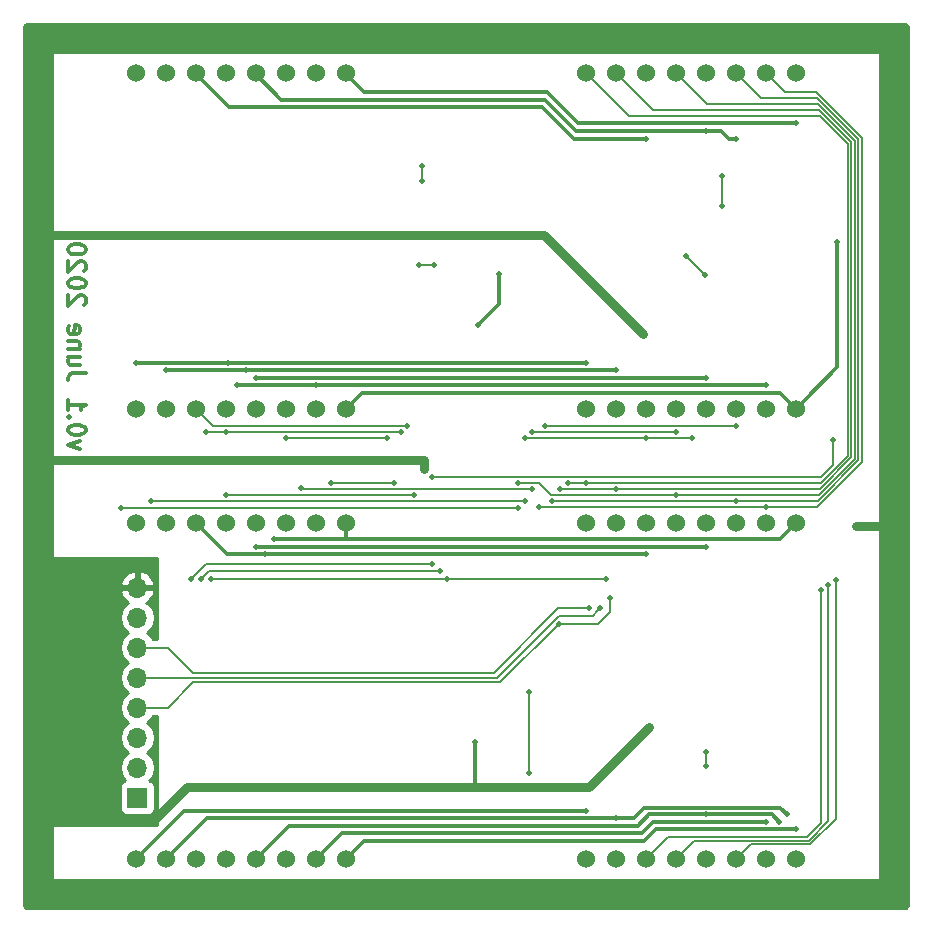
<source format=gbl>
G04 #@! TF.GenerationSoftware,KiCad,Pcbnew,(5.1.5-0-10_14)*
G04 #@! TF.CreationDate,2020-06-14T22:58:27-07:00*
G04 #@! TF.ProjectId,matrix,6d617472-6978-42e6-9b69-6361645f7063,rev?*
G04 #@! TF.SameCoordinates,Original*
G04 #@! TF.FileFunction,Copper,L2,Bot*
G04 #@! TF.FilePolarity,Positive*
%FSLAX46Y46*%
G04 Gerber Fmt 4.6, Leading zero omitted, Abs format (unit mm)*
G04 Created by KiCad (PCBNEW (5.1.5-0-10_14)) date 2020-06-14 22:58:27*
%MOMM*%
%LPD*%
G04 APERTURE LIST*
%ADD10C,0.300000*%
%ADD11C,1.524000*%
%ADD12O,1.700000X1.700000*%
%ADD13R,1.700000X1.700000*%
%ADD14C,0.508000*%
%ADD15C,0.762000*%
%ADD16C,0.152400*%
%ADD17C,0.304800*%
%ADD18C,0.254000*%
G04 APERTURE END LIST*
D10*
X157674428Y-74017685D02*
X156674428Y-73660542D01*
X157674428Y-73303400D01*
X158174428Y-72446257D02*
X158174428Y-72303400D01*
X158103000Y-72160542D01*
X158031571Y-72089114D01*
X157888714Y-72017685D01*
X157603000Y-71946257D01*
X157245857Y-71946257D01*
X156960142Y-72017685D01*
X156817285Y-72089114D01*
X156745857Y-72160542D01*
X156674428Y-72303400D01*
X156674428Y-72446257D01*
X156745857Y-72589114D01*
X156817285Y-72660542D01*
X156960142Y-72731971D01*
X157245857Y-72803400D01*
X157603000Y-72803400D01*
X157888714Y-72731971D01*
X158031571Y-72660542D01*
X158103000Y-72589114D01*
X158174428Y-72446257D01*
X156817285Y-71303400D02*
X156745857Y-71231971D01*
X156674428Y-71303400D01*
X156745857Y-71374828D01*
X156817285Y-71303400D01*
X156674428Y-71303400D01*
X156674428Y-69803400D02*
X156674428Y-70660542D01*
X156674428Y-70231971D02*
X158174428Y-70231971D01*
X157960142Y-70374828D01*
X157817285Y-70517685D01*
X157745857Y-70660542D01*
X158174428Y-67589114D02*
X157103000Y-67589114D01*
X156888714Y-67660542D01*
X156745857Y-67803400D01*
X156674428Y-68017685D01*
X156674428Y-68160542D01*
X157674428Y-66231971D02*
X156674428Y-66231971D01*
X157674428Y-66874828D02*
X156888714Y-66874828D01*
X156745857Y-66803400D01*
X156674428Y-66660542D01*
X156674428Y-66446257D01*
X156745857Y-66303400D01*
X156817285Y-66231971D01*
X157674428Y-65517685D02*
X156674428Y-65517685D01*
X157531571Y-65517685D02*
X157603000Y-65446257D01*
X157674428Y-65303400D01*
X157674428Y-65089114D01*
X157603000Y-64946257D01*
X157460142Y-64874828D01*
X156674428Y-64874828D01*
X156745857Y-63589114D02*
X156674428Y-63731971D01*
X156674428Y-64017685D01*
X156745857Y-64160542D01*
X156888714Y-64231971D01*
X157460142Y-64231971D01*
X157603000Y-64160542D01*
X157674428Y-64017685D01*
X157674428Y-63731971D01*
X157603000Y-63589114D01*
X157460142Y-63517685D01*
X157317285Y-63517685D01*
X157174428Y-64231971D01*
X158031571Y-61803400D02*
X158103000Y-61731971D01*
X158174428Y-61589114D01*
X158174428Y-61231971D01*
X158103000Y-61089114D01*
X158031571Y-61017685D01*
X157888714Y-60946257D01*
X157745857Y-60946257D01*
X157531571Y-61017685D01*
X156674428Y-61874828D01*
X156674428Y-60946257D01*
X158174428Y-60017685D02*
X158174428Y-59874828D01*
X158103000Y-59731971D01*
X158031571Y-59660542D01*
X157888714Y-59589114D01*
X157603000Y-59517685D01*
X157245857Y-59517685D01*
X156960142Y-59589114D01*
X156817285Y-59660542D01*
X156745857Y-59731971D01*
X156674428Y-59874828D01*
X156674428Y-60017685D01*
X156745857Y-60160542D01*
X156817285Y-60231971D01*
X156960142Y-60303400D01*
X157245857Y-60374828D01*
X157603000Y-60374828D01*
X157888714Y-60303400D01*
X158031571Y-60231971D01*
X158103000Y-60160542D01*
X158174428Y-60017685D01*
X158031571Y-58946257D02*
X158103000Y-58874828D01*
X158174428Y-58731971D01*
X158174428Y-58374828D01*
X158103000Y-58231971D01*
X158031571Y-58160542D01*
X157888714Y-58089114D01*
X157745857Y-58089114D01*
X157531571Y-58160542D01*
X156674428Y-59017685D01*
X156674428Y-58089114D01*
X158174428Y-57160542D02*
X158174428Y-57017685D01*
X158103000Y-56874828D01*
X158031571Y-56803400D01*
X157888714Y-56731971D01*
X157603000Y-56660542D01*
X157245857Y-56660542D01*
X156960142Y-56731971D01*
X156817285Y-56803400D01*
X156745857Y-56874828D01*
X156674428Y-57017685D01*
X156674428Y-57160542D01*
X156745857Y-57303400D01*
X156817285Y-57374828D01*
X156960142Y-57446257D01*
X157245857Y-57517685D01*
X157603000Y-57517685D01*
X157888714Y-57446257D01*
X158031571Y-57374828D01*
X158103000Y-57303400D01*
X158174428Y-57160542D01*
D11*
X162433000Y-42188000D03*
X164973000Y-42188000D03*
X167513000Y-42188000D03*
X170053000Y-42188000D03*
X172593000Y-42188000D03*
X175133000Y-42188000D03*
X177673000Y-42188000D03*
X180213000Y-42188000D03*
X180213000Y-70588000D03*
X177673000Y-70588000D03*
X175133000Y-70588000D03*
X172593000Y-70588000D03*
X170053000Y-70588000D03*
X167513000Y-70588000D03*
X164973000Y-70588000D03*
X162433000Y-70588000D03*
D12*
X162560000Y-85725000D03*
X162560000Y-88265000D03*
X162560000Y-90805000D03*
X162560000Y-93345000D03*
X162560000Y-95885000D03*
X162560000Y-98425000D03*
X162560000Y-100965000D03*
D13*
X162560000Y-103505000D03*
D11*
X200533000Y-42188000D03*
X203073000Y-42188000D03*
X205613000Y-42188000D03*
X208153000Y-42188000D03*
X210693000Y-42188000D03*
X213233000Y-42188000D03*
X215773000Y-42188000D03*
X218313000Y-42188000D03*
X218313000Y-70588000D03*
X215773000Y-70588000D03*
X213233000Y-70588000D03*
X210693000Y-70588000D03*
X208153000Y-70588000D03*
X205613000Y-70588000D03*
X203073000Y-70588000D03*
X200533000Y-70588000D03*
X162433000Y-80291000D03*
X164973000Y-80291000D03*
X167513000Y-80291000D03*
X170053000Y-80291000D03*
X172593000Y-80291000D03*
X175133000Y-80291000D03*
X177673000Y-80291000D03*
X180213000Y-80291000D03*
X180213000Y-108691000D03*
X177673000Y-108691000D03*
X175133000Y-108691000D03*
X172593000Y-108691000D03*
X170053000Y-108691000D03*
X167513000Y-108691000D03*
X164973000Y-108691000D03*
X162433000Y-108691000D03*
X200533000Y-80288000D03*
X203073000Y-80288000D03*
X205613000Y-80288000D03*
X208153000Y-80288000D03*
X210693000Y-80288000D03*
X213233000Y-80288000D03*
X215773000Y-80288000D03*
X218313000Y-80288000D03*
X218313000Y-108688000D03*
X215773000Y-108688000D03*
X213233000Y-108688000D03*
X210693000Y-108688000D03*
X208153000Y-108688000D03*
X205613000Y-108688000D03*
X203073000Y-108688000D03*
X200533000Y-108688000D03*
D14*
X189103000Y-55905400D03*
X205867000Y-97561400D03*
X161163000Y-78955900D03*
X194818000Y-78955900D03*
X163703000Y-78384400D03*
X195389500Y-78384400D03*
X205613000Y-47777400D03*
X185991500Y-77876400D03*
X170053004Y-77876400D03*
X210693000Y-47078900D03*
X213233000Y-47777400D03*
X176403000Y-77304900D03*
X195961000Y-77368400D03*
X178993809Y-76860392D03*
X184277000Y-76860400D03*
X218313000Y-46380400D03*
X221805500Y-56476900D03*
X215773000Y-68605400D03*
X177673000Y-68605400D03*
X171005500Y-68605400D03*
X175133000Y-73050400D03*
X183705500Y-73050400D03*
X210693000Y-67970400D03*
X172593000Y-67970400D03*
X170053000Y-72542400D03*
X184848500Y-72542400D03*
X168338500Y-72542400D03*
X185420000Y-72034400D03*
X203073000Y-67335400D03*
X164973000Y-67335400D03*
X171767498Y-67335400D03*
X200533000Y-66700400D03*
X162433000Y-66700400D03*
X170243498Y-66700400D03*
X205613000Y-82892900D03*
X173355000Y-82892900D03*
X210693000Y-82257900D03*
X172593000Y-82257900D03*
X174117000Y-81622900D03*
X218313000Y-106197400D03*
X215773000Y-105562400D03*
X210693000Y-104927400D03*
X216916000Y-105562400D03*
X217551000Y-104927402D03*
X203073002Y-105244900D03*
X200533000Y-104609904D03*
X200533000Y-76860400D03*
X199008998Y-76860400D03*
X203073000Y-77368400D03*
X198310500Y-77368400D03*
X208153000Y-77876400D03*
X194817990Y-76860400D03*
X213232992Y-78384400D03*
X197675502Y-78384400D03*
X215773000Y-78892400D03*
X196532498Y-78892400D03*
X213233000Y-72034400D03*
X197104000Y-72034400D03*
X221678500Y-85115400D03*
X208153000Y-72542400D03*
X195961000Y-72542400D03*
X221043500Y-85496398D03*
X205613000Y-73050400D03*
X195389500Y-73050400D03*
X220408500Y-85940900D03*
X209486500Y-73050400D03*
X191389000Y-63525400D03*
X193167000Y-59207400D03*
X198247000Y-88798400D03*
X202565000Y-86639400D03*
X191135000Y-98831400D03*
X186817000Y-74955400D03*
X186817000Y-75717400D03*
X205359000Y-64287400D03*
X223393000Y-80543400D03*
X187515500Y-76352400D03*
X221424500Y-73240900D03*
X187515500Y-83718412D03*
X167132000Y-84988400D03*
X188150086Y-84342880D03*
X167957500Y-84988400D03*
X188785500Y-84988400D03*
X168783000Y-84988400D03*
X202247508Y-84988392D03*
X201739500Y-87464900D03*
X200787000Y-87464900D03*
X209042000Y-57683400D03*
X210629500Y-59270900D03*
X187642500Y-58381904D03*
X186436000Y-58381900D03*
X186690000Y-49999900D03*
X186690000Y-51333400D03*
X212026500Y-50888900D03*
X212026500Y-53428900D03*
X210693000Y-100863400D03*
X210693000Y-99656900D03*
X195707000Y-94576900D03*
X195707000Y-101434896D03*
D15*
X154813000Y-55905400D02*
X189103000Y-55905400D01*
X155067000Y-74955400D02*
X186817000Y-74955400D01*
X186817000Y-74955400D02*
X186817000Y-75717400D01*
X163957000Y-105435400D02*
X166751000Y-102641400D01*
X200787000Y-102641400D02*
X205867000Y-97561400D01*
D16*
X161163000Y-78955900D02*
X194818000Y-78955900D01*
X163703000Y-78384400D02*
X195389500Y-78384400D01*
D17*
X170307000Y-45046900D02*
X167513000Y-42252900D01*
X167513000Y-42252900D02*
X167513000Y-42188000D01*
X196786500Y-45046900D02*
X170307000Y-45046900D01*
X199517000Y-47777400D02*
X196786500Y-45046900D01*
X205613000Y-47777400D02*
X199517000Y-47777400D01*
D16*
X185991500Y-77876400D02*
X170053004Y-77876400D01*
D17*
X211963000Y-47078900D02*
X210693000Y-47078900D01*
X212661500Y-47777400D02*
X211963000Y-47078900D01*
X213233000Y-47777400D02*
X212661500Y-47777400D01*
X172593000Y-42252900D02*
X172593000Y-42188000D01*
X197040500Y-44411900D02*
X174752000Y-44411900D01*
X199707500Y-47078900D02*
X197040500Y-44411900D01*
X174752000Y-44411900D02*
X172593000Y-42252900D01*
X210693000Y-47078900D02*
X199707500Y-47078900D01*
D16*
X195601790Y-77368400D02*
X195961000Y-77368400D01*
X176466500Y-77368400D02*
X195601790Y-77368400D01*
X176403000Y-77304900D02*
X176466500Y-77368400D01*
X179353019Y-76860392D02*
X178993809Y-76860392D01*
X184277000Y-76860400D02*
X179353019Y-76860392D01*
D17*
X180213000Y-42252900D02*
X180213000Y-42188000D01*
X197231000Y-43776900D02*
X181737000Y-43776900D01*
X199834500Y-46380400D02*
X197231000Y-43776900D01*
X181737000Y-43776900D02*
X180213000Y-42252900D01*
X218313000Y-46380400D02*
X199834500Y-46380400D01*
X218313000Y-70588000D02*
X216965400Y-69240400D01*
X181560600Y-69240400D02*
X180213000Y-70588000D01*
X216965400Y-69240400D02*
X181560600Y-69240400D01*
X219074999Y-69826001D02*
X219074999Y-69811901D01*
X218313000Y-70588000D02*
X219074999Y-69826001D01*
X221805500Y-67081400D02*
X221805500Y-56476900D01*
X219074999Y-69811901D02*
X221805500Y-67081400D01*
X215773000Y-68605400D02*
X215413790Y-68605400D01*
X215413790Y-68605400D02*
X177673000Y-68605400D01*
X177673000Y-68605400D02*
X171005500Y-68605400D01*
D16*
X175133000Y-73050400D02*
X183705500Y-73050400D01*
D17*
X210693000Y-67970400D02*
X209486500Y-67970400D01*
X209486500Y-67970400D02*
X172593000Y-67970400D01*
D16*
X170412210Y-72542400D02*
X170053000Y-72542400D01*
X184848500Y-72542400D02*
X170412210Y-72542400D01*
X170053000Y-72542400D02*
X168338500Y-72542400D01*
X168959400Y-72034400D02*
X167513000Y-70588000D01*
X185420000Y-72034400D02*
X168959400Y-72034400D01*
D17*
X203073000Y-67335400D02*
X171767498Y-67335400D01*
X164973000Y-67335400D02*
X171767498Y-67335400D01*
X162433000Y-66700400D02*
X170243498Y-66700400D01*
X200533000Y-66700400D02*
X170243498Y-66700400D01*
X205613000Y-82892900D02*
X173355000Y-82892900D01*
X170114900Y-82892900D02*
X167513000Y-80291000D01*
X173355000Y-82892900D02*
X170114900Y-82892900D01*
X210693000Y-82257900D02*
X172593000Y-82257900D01*
X218313000Y-80288000D02*
X216978100Y-81622900D01*
X216978100Y-81622900D02*
X181544900Y-81622900D01*
X180213000Y-81622900D02*
X180213000Y-80291000D01*
X181544900Y-81622900D02*
X180213000Y-81622900D01*
X181544900Y-81622900D02*
X174117000Y-81622900D01*
X181754100Y-107149900D02*
X180213000Y-108691000D01*
X205486000Y-107149900D02*
X181754100Y-107149900D01*
X206438500Y-106197400D02*
X205486000Y-107149900D01*
X218313000Y-106197400D02*
X206438500Y-106197400D01*
X179849100Y-106514900D02*
X177673000Y-108691000D01*
X205295500Y-106514900D02*
X179849100Y-106514900D01*
X206248000Y-105562400D02*
X205295500Y-106514900D01*
X215773000Y-105562400D02*
X206248000Y-105562400D01*
X204914500Y-105879900D02*
X205867000Y-104927400D01*
X175404100Y-105879900D02*
X204914500Y-105879900D01*
X205867000Y-104927400D02*
X210693000Y-104927400D01*
X172593000Y-108691000D02*
X175404100Y-105879900D01*
X210693000Y-104927400D02*
X216281000Y-104927400D01*
X216281000Y-104927400D02*
X216916000Y-105562400D01*
X164973000Y-108691000D02*
X168419100Y-105244900D01*
X168419100Y-105244900D02*
X203073002Y-105244900D01*
X205473301Y-104368599D02*
X204597000Y-105244900D01*
X204597000Y-105244900D02*
X203073002Y-105244900D01*
X216992197Y-104368599D02*
X205473301Y-104368599D01*
X217551000Y-104927402D02*
X216992197Y-104368599D01*
X200173790Y-104609904D02*
X200533000Y-104609904D01*
X162433000Y-108691000D02*
X166514096Y-104609904D01*
X166514096Y-104609904D02*
X200173790Y-104609904D01*
D16*
X200533000Y-76860400D02*
X199008998Y-76860400D01*
X220408500Y-76860400D02*
X200533000Y-76860400D01*
X222694500Y-74574400D02*
X220408500Y-76860400D01*
X200533000Y-42188000D02*
X200533000Y-42189400D01*
X222694500Y-48158400D02*
X222694500Y-74574400D01*
X204152500Y-45808900D02*
X220345000Y-45808900D01*
X200533000Y-42189400D02*
X204152500Y-45808900D01*
X220345000Y-45808900D02*
X222694500Y-48158400D01*
X202713790Y-77368400D02*
X203073000Y-77368400D01*
X198310500Y-77368400D02*
X202713790Y-77368400D01*
X203073000Y-42189400D02*
X203073000Y-42188000D01*
X222999311Y-48032144D02*
X220268077Y-45300910D01*
X220268077Y-45300910D02*
X206184510Y-45300910D01*
X206184510Y-45300910D02*
X203073000Y-42189400D01*
X222999311Y-74700656D02*
X222999311Y-48032144D01*
X220331567Y-77368400D02*
X222999311Y-74700656D01*
X203073000Y-77368400D02*
X220331567Y-77368400D01*
X208153000Y-42189400D02*
X208153000Y-42188000D01*
X210756500Y-44792900D02*
X208153000Y-42189400D01*
X220191134Y-44792900D02*
X210756500Y-44792900D01*
X220254634Y-77876400D02*
X223304122Y-74826912D01*
X223304122Y-47905888D02*
X220191134Y-44792900D01*
X223304122Y-74826912D02*
X223304122Y-47905888D01*
X208153000Y-77876400D02*
X220254634Y-77876400D01*
X208153000Y-77876400D02*
X197612000Y-77876400D01*
X197612000Y-77876400D02*
X196596000Y-76860400D01*
X196596000Y-76860400D02*
X195177200Y-76860400D01*
X195177200Y-76860400D02*
X194817990Y-76860400D01*
X212873782Y-78384400D02*
X197675502Y-78384400D01*
X213232992Y-78384400D02*
X212873782Y-78384400D01*
X213233000Y-42189400D02*
X213233000Y-42188000D01*
X220114201Y-44284900D02*
X215328500Y-44284900D01*
X215328500Y-44284900D02*
X213233000Y-42189400D01*
X223608933Y-47779632D02*
X220114201Y-44284900D01*
X223608933Y-74953168D02*
X223608933Y-47779632D01*
X220177701Y-78384400D02*
X223608933Y-74953168D01*
X213232992Y-78384400D02*
X220177701Y-78384400D01*
X215773000Y-78892400D02*
X196532498Y-78892400D01*
X215773000Y-42189400D02*
X215773000Y-42188000D01*
X217360510Y-43776910D02*
X215773000Y-42189400D01*
X220037278Y-43776910D02*
X217360510Y-43776910D01*
X215773000Y-78892400D02*
X220100768Y-78892400D01*
X223913744Y-75079424D02*
X223913744Y-47653376D01*
X223913744Y-47653376D02*
X220037278Y-43776910D01*
X220100768Y-78892400D02*
X223913744Y-75079424D01*
X213233000Y-72034400D02*
X197104000Y-72034400D01*
X221678500Y-105281534D02*
X221678500Y-85474610D01*
X213233000Y-108688000D02*
X214478978Y-107442022D01*
X214478978Y-107442022D02*
X219518012Y-107442022D01*
X219518012Y-107442022D02*
X221678500Y-105281534D01*
X221678500Y-85474610D02*
X221678500Y-85115400D01*
X208153000Y-72542400D02*
X195961000Y-72542400D01*
X219391756Y-107137211D02*
X221043500Y-105485467D01*
X221043500Y-105485467D02*
X221043500Y-85855608D01*
X208153000Y-108688000D02*
X209703789Y-107137211D01*
X221043500Y-85855608D02*
X221043500Y-85496398D01*
X209703789Y-107137211D02*
X219391756Y-107137211D01*
X205613000Y-73050400D02*
X195389500Y-73050400D01*
X205613000Y-73050400D02*
X209486500Y-73050400D01*
X219265500Y-106832400D02*
X207468600Y-106832400D01*
X220408500Y-105689400D02*
X219265500Y-106832400D01*
X220408500Y-85940900D02*
X220408500Y-105689400D01*
X207468600Y-106832400D02*
X205613000Y-108688000D01*
D17*
X193167000Y-61747400D02*
X193167000Y-59207400D01*
X191389000Y-63525400D02*
X193167000Y-61747400D01*
D16*
X202565000Y-86998610D02*
X202565000Y-86639400D01*
X201549000Y-88798400D02*
X202565000Y-87782400D01*
X198247000Y-88798400D02*
X201549000Y-88798400D01*
X202565000Y-87782400D02*
X202565000Y-86998610D01*
X193294000Y-93751400D02*
X198247000Y-88798400D01*
X167259000Y-93751400D02*
X193294000Y-93751400D01*
X165125400Y-95885000D02*
X167259000Y-93751400D01*
X162560000Y-95885000D02*
X165125400Y-95885000D01*
D15*
X191135000Y-102641400D02*
X200787000Y-102641400D01*
D17*
X191135000Y-98831400D02*
X191135000Y-102641400D01*
D15*
X166751000Y-102641400D02*
X191135000Y-102641400D01*
X186817000Y-75717400D02*
X186817000Y-75717400D01*
X196977000Y-55905400D02*
X205359000Y-64287400D01*
X189103000Y-55905400D02*
X196977000Y-55905400D01*
X223393000Y-80543400D02*
X226441000Y-80543400D01*
D16*
X221424500Y-75336400D02*
X221424500Y-73240900D01*
X220408500Y-76352400D02*
X221424500Y-75336400D01*
X187515500Y-76352400D02*
X220408500Y-76352400D01*
X187515500Y-83718412D02*
X168401988Y-83718412D01*
X168401988Y-83718412D02*
X167132000Y-84988400D01*
X168603020Y-84342880D02*
X167957500Y-84988400D01*
X188150086Y-84342880D02*
X168603020Y-84342880D01*
X188785500Y-84988400D02*
X168783000Y-84988400D01*
X188785500Y-84988400D02*
X202247500Y-84988400D01*
X202247500Y-84988400D02*
X202247508Y-84988392D01*
X201739500Y-87464900D02*
X201739500Y-87464900D01*
X201485501Y-87718899D02*
X201739500Y-87464900D01*
X198233566Y-88099900D02*
X201104500Y-88099900D01*
X192988466Y-93345000D02*
X198233566Y-88099900D01*
X201104500Y-88099900D02*
X201485501Y-87718899D01*
X162560000Y-93345000D02*
X192988466Y-93345000D01*
X192722500Y-92925900D02*
X167259000Y-92925900D01*
X165138100Y-90805000D02*
X162560000Y-90805000D01*
X167259000Y-92925900D02*
X165138100Y-90805000D01*
X198183500Y-87464900D02*
X192722500Y-92925900D01*
X200787000Y-87464900D02*
X198183500Y-87464900D01*
X209042000Y-57683400D02*
X210629500Y-59270900D01*
X186436004Y-58381904D02*
X186436000Y-58381900D01*
X187642500Y-58381904D02*
X186436004Y-58381904D01*
X186690000Y-49999900D02*
X186690000Y-51333400D01*
X212026500Y-50888900D02*
X212026500Y-53428900D01*
X210693000Y-100863400D02*
X210693000Y-99656900D01*
X195707000Y-94576900D02*
X195707000Y-101434896D01*
D18*
G36*
X227525533Y-38007885D02*
G01*
X227591457Y-38027789D01*
X227652255Y-38060115D01*
X227705619Y-38103639D01*
X227749512Y-38156696D01*
X227782266Y-38217271D01*
X227802628Y-38283053D01*
X227813000Y-38381730D01*
X227813001Y-112489709D01*
X227803115Y-112590531D01*
X227783211Y-112656458D01*
X227750885Y-112717255D01*
X227707362Y-112770618D01*
X227654300Y-112814515D01*
X227593727Y-112847266D01*
X227527947Y-112867628D01*
X227429269Y-112878000D01*
X153321281Y-112878000D01*
X153220469Y-112868115D01*
X153154542Y-112848211D01*
X153093745Y-112815885D01*
X153040382Y-112772362D01*
X152996485Y-112719300D01*
X152963734Y-112658727D01*
X152943372Y-112592947D01*
X152933000Y-112494269D01*
X152933000Y-85368110D01*
X161118524Y-85368110D01*
X161239845Y-85598000D01*
X162433000Y-85598000D01*
X162433000Y-84404186D01*
X162687000Y-84404186D01*
X162687000Y-85598000D01*
X163880155Y-85598000D01*
X164001476Y-85368110D01*
X163956825Y-85220901D01*
X163831641Y-84958080D01*
X163657588Y-84724731D01*
X163441355Y-84529822D01*
X163191252Y-84380843D01*
X162916891Y-84283519D01*
X162687000Y-84404186D01*
X162433000Y-84404186D01*
X162203109Y-84283519D01*
X161928748Y-84380843D01*
X161678645Y-84529822D01*
X161462412Y-84724731D01*
X161288359Y-84958080D01*
X161163175Y-85220901D01*
X161118524Y-85368110D01*
X152933000Y-85368110D01*
X152933000Y-40538400D01*
X155321000Y-40538400D01*
X155321000Y-83083400D01*
X155323440Y-83108176D01*
X155330667Y-83132001D01*
X155342403Y-83153957D01*
X155358197Y-83173203D01*
X155377443Y-83188997D01*
X155399399Y-83200733D01*
X155423224Y-83207960D01*
X155448000Y-83210400D01*
X164211000Y-83210400D01*
X164211000Y-90093800D01*
X163870786Y-90093800D01*
X163713475Y-89858368D01*
X163506632Y-89651525D01*
X163332240Y-89535000D01*
X163506632Y-89418475D01*
X163713475Y-89211632D01*
X163875990Y-88968411D01*
X163987932Y-88698158D01*
X164045000Y-88411260D01*
X164045000Y-88118740D01*
X163987932Y-87831842D01*
X163875990Y-87561589D01*
X163713475Y-87318368D01*
X163506632Y-87111525D01*
X163324466Y-86989805D01*
X163441355Y-86920178D01*
X163657588Y-86725269D01*
X163831641Y-86491920D01*
X163956825Y-86229099D01*
X164001476Y-86081890D01*
X163880155Y-85852000D01*
X162687000Y-85852000D01*
X162687000Y-85872000D01*
X162433000Y-85872000D01*
X162433000Y-85852000D01*
X161239845Y-85852000D01*
X161118524Y-86081890D01*
X161163175Y-86229099D01*
X161288359Y-86491920D01*
X161462412Y-86725269D01*
X161678645Y-86920178D01*
X161795534Y-86989805D01*
X161613368Y-87111525D01*
X161406525Y-87318368D01*
X161244010Y-87561589D01*
X161132068Y-87831842D01*
X161075000Y-88118740D01*
X161075000Y-88411260D01*
X161132068Y-88698158D01*
X161244010Y-88968411D01*
X161406525Y-89211632D01*
X161613368Y-89418475D01*
X161787760Y-89535000D01*
X161613368Y-89651525D01*
X161406525Y-89858368D01*
X161244010Y-90101589D01*
X161132068Y-90371842D01*
X161075000Y-90658740D01*
X161075000Y-90951260D01*
X161132068Y-91238158D01*
X161244010Y-91508411D01*
X161406525Y-91751632D01*
X161613368Y-91958475D01*
X161787760Y-92075000D01*
X161613368Y-92191525D01*
X161406525Y-92398368D01*
X161244010Y-92641589D01*
X161132068Y-92911842D01*
X161075000Y-93198740D01*
X161075000Y-93491260D01*
X161132068Y-93778158D01*
X161244010Y-94048411D01*
X161406525Y-94291632D01*
X161613368Y-94498475D01*
X161787760Y-94615000D01*
X161613368Y-94731525D01*
X161406525Y-94938368D01*
X161244010Y-95181589D01*
X161132068Y-95451842D01*
X161075000Y-95738740D01*
X161075000Y-96031260D01*
X161132068Y-96318158D01*
X161244010Y-96588411D01*
X161406525Y-96831632D01*
X161613368Y-97038475D01*
X161787760Y-97155000D01*
X161613368Y-97271525D01*
X161406525Y-97478368D01*
X161244010Y-97721589D01*
X161132068Y-97991842D01*
X161075000Y-98278740D01*
X161075000Y-98571260D01*
X161132068Y-98858158D01*
X161244010Y-99128411D01*
X161406525Y-99371632D01*
X161613368Y-99578475D01*
X161787760Y-99695000D01*
X161613368Y-99811525D01*
X161406525Y-100018368D01*
X161244010Y-100261589D01*
X161132068Y-100531842D01*
X161075000Y-100818740D01*
X161075000Y-101111260D01*
X161132068Y-101398158D01*
X161244010Y-101668411D01*
X161406525Y-101911632D01*
X161538380Y-102043487D01*
X161465820Y-102065498D01*
X161355506Y-102124463D01*
X161258815Y-102203815D01*
X161179463Y-102300506D01*
X161120498Y-102410820D01*
X161084188Y-102530518D01*
X161071928Y-102655000D01*
X161071928Y-104355000D01*
X161084188Y-104479482D01*
X161120498Y-104599180D01*
X161179463Y-104709494D01*
X161258815Y-104806185D01*
X161355506Y-104885537D01*
X161465820Y-104944502D01*
X161585518Y-104980812D01*
X161710000Y-104993072D01*
X163410000Y-104993072D01*
X163534482Y-104980812D01*
X163654180Y-104944502D01*
X163764494Y-104885537D01*
X163861185Y-104806185D01*
X163940537Y-104709494D01*
X163999502Y-104599180D01*
X164035812Y-104479482D01*
X164048072Y-104355000D01*
X164048072Y-102655000D01*
X164035812Y-102530518D01*
X163999502Y-102410820D01*
X163940537Y-102300506D01*
X163861185Y-102203815D01*
X163764494Y-102124463D01*
X163654180Y-102065498D01*
X163581620Y-102043487D01*
X163713475Y-101911632D01*
X163875990Y-101668411D01*
X163987932Y-101398158D01*
X164045000Y-101111260D01*
X164045000Y-100818740D01*
X163987932Y-100531842D01*
X163875990Y-100261589D01*
X163713475Y-100018368D01*
X163506632Y-99811525D01*
X163332240Y-99695000D01*
X163506632Y-99578475D01*
X163713475Y-99371632D01*
X163875990Y-99128411D01*
X163987932Y-98858158D01*
X164045000Y-98571260D01*
X164045000Y-98278740D01*
X163987932Y-97991842D01*
X163875990Y-97721589D01*
X163713475Y-97478368D01*
X163506632Y-97271525D01*
X163332240Y-97155000D01*
X163506632Y-97038475D01*
X163713475Y-96831632D01*
X163870786Y-96596200D01*
X164211000Y-96596200D01*
X164211000Y-105799449D01*
X164194049Y-105816400D01*
X155448000Y-105816400D01*
X155423224Y-105818840D01*
X155399399Y-105826067D01*
X155377443Y-105837803D01*
X155358197Y-105853597D01*
X155342403Y-105872843D01*
X155330667Y-105894799D01*
X155323440Y-105918624D01*
X155321000Y-105943400D01*
X155321000Y-110388400D01*
X155323440Y-110413176D01*
X155330667Y-110437001D01*
X155342403Y-110458957D01*
X155358197Y-110478203D01*
X155377443Y-110493997D01*
X155399399Y-110505733D01*
X155423224Y-110512960D01*
X155448000Y-110515400D01*
X225298000Y-110515400D01*
X225322776Y-110512960D01*
X225346601Y-110505733D01*
X225368557Y-110493997D01*
X225387803Y-110478203D01*
X225403597Y-110458957D01*
X225415333Y-110437001D01*
X225422560Y-110413176D01*
X225425000Y-110388400D01*
X225425000Y-40538400D01*
X225422560Y-40513624D01*
X225415333Y-40489799D01*
X225403597Y-40467843D01*
X225387803Y-40448597D01*
X225368557Y-40432803D01*
X225346601Y-40421067D01*
X225322776Y-40413840D01*
X225298000Y-40411400D01*
X155448000Y-40411400D01*
X155423224Y-40413840D01*
X155399399Y-40421067D01*
X155377443Y-40432803D01*
X155358197Y-40448597D01*
X155342403Y-40467843D01*
X155330667Y-40489799D01*
X155323440Y-40513624D01*
X155321000Y-40538400D01*
X152933000Y-40538400D01*
X152933000Y-38386281D01*
X152942885Y-38285467D01*
X152962789Y-38219543D01*
X152995115Y-38158745D01*
X153038639Y-38105381D01*
X153091696Y-38061488D01*
X153152271Y-38028734D01*
X153218053Y-38008372D01*
X153316730Y-37998000D01*
X227424719Y-37998000D01*
X227525533Y-38007885D01*
G37*
X227525533Y-38007885D02*
X227591457Y-38027789D01*
X227652255Y-38060115D01*
X227705619Y-38103639D01*
X227749512Y-38156696D01*
X227782266Y-38217271D01*
X227802628Y-38283053D01*
X227813000Y-38381730D01*
X227813001Y-112489709D01*
X227803115Y-112590531D01*
X227783211Y-112656458D01*
X227750885Y-112717255D01*
X227707362Y-112770618D01*
X227654300Y-112814515D01*
X227593727Y-112847266D01*
X227527947Y-112867628D01*
X227429269Y-112878000D01*
X153321281Y-112878000D01*
X153220469Y-112868115D01*
X153154542Y-112848211D01*
X153093745Y-112815885D01*
X153040382Y-112772362D01*
X152996485Y-112719300D01*
X152963734Y-112658727D01*
X152943372Y-112592947D01*
X152933000Y-112494269D01*
X152933000Y-85368110D01*
X161118524Y-85368110D01*
X161239845Y-85598000D01*
X162433000Y-85598000D01*
X162433000Y-84404186D01*
X162687000Y-84404186D01*
X162687000Y-85598000D01*
X163880155Y-85598000D01*
X164001476Y-85368110D01*
X163956825Y-85220901D01*
X163831641Y-84958080D01*
X163657588Y-84724731D01*
X163441355Y-84529822D01*
X163191252Y-84380843D01*
X162916891Y-84283519D01*
X162687000Y-84404186D01*
X162433000Y-84404186D01*
X162203109Y-84283519D01*
X161928748Y-84380843D01*
X161678645Y-84529822D01*
X161462412Y-84724731D01*
X161288359Y-84958080D01*
X161163175Y-85220901D01*
X161118524Y-85368110D01*
X152933000Y-85368110D01*
X152933000Y-40538400D01*
X155321000Y-40538400D01*
X155321000Y-83083400D01*
X155323440Y-83108176D01*
X155330667Y-83132001D01*
X155342403Y-83153957D01*
X155358197Y-83173203D01*
X155377443Y-83188997D01*
X155399399Y-83200733D01*
X155423224Y-83207960D01*
X155448000Y-83210400D01*
X164211000Y-83210400D01*
X164211000Y-90093800D01*
X163870786Y-90093800D01*
X163713475Y-89858368D01*
X163506632Y-89651525D01*
X163332240Y-89535000D01*
X163506632Y-89418475D01*
X163713475Y-89211632D01*
X163875990Y-88968411D01*
X163987932Y-88698158D01*
X164045000Y-88411260D01*
X164045000Y-88118740D01*
X163987932Y-87831842D01*
X163875990Y-87561589D01*
X163713475Y-87318368D01*
X163506632Y-87111525D01*
X163324466Y-86989805D01*
X163441355Y-86920178D01*
X163657588Y-86725269D01*
X163831641Y-86491920D01*
X163956825Y-86229099D01*
X164001476Y-86081890D01*
X163880155Y-85852000D01*
X162687000Y-85852000D01*
X162687000Y-85872000D01*
X162433000Y-85872000D01*
X162433000Y-85852000D01*
X161239845Y-85852000D01*
X161118524Y-86081890D01*
X161163175Y-86229099D01*
X161288359Y-86491920D01*
X161462412Y-86725269D01*
X161678645Y-86920178D01*
X161795534Y-86989805D01*
X161613368Y-87111525D01*
X161406525Y-87318368D01*
X161244010Y-87561589D01*
X161132068Y-87831842D01*
X161075000Y-88118740D01*
X161075000Y-88411260D01*
X161132068Y-88698158D01*
X161244010Y-88968411D01*
X161406525Y-89211632D01*
X161613368Y-89418475D01*
X161787760Y-89535000D01*
X161613368Y-89651525D01*
X161406525Y-89858368D01*
X161244010Y-90101589D01*
X161132068Y-90371842D01*
X161075000Y-90658740D01*
X161075000Y-90951260D01*
X161132068Y-91238158D01*
X161244010Y-91508411D01*
X161406525Y-91751632D01*
X161613368Y-91958475D01*
X161787760Y-92075000D01*
X161613368Y-92191525D01*
X161406525Y-92398368D01*
X161244010Y-92641589D01*
X161132068Y-92911842D01*
X161075000Y-93198740D01*
X161075000Y-93491260D01*
X161132068Y-93778158D01*
X161244010Y-94048411D01*
X161406525Y-94291632D01*
X161613368Y-94498475D01*
X161787760Y-94615000D01*
X161613368Y-94731525D01*
X161406525Y-94938368D01*
X161244010Y-95181589D01*
X161132068Y-95451842D01*
X161075000Y-95738740D01*
X161075000Y-96031260D01*
X161132068Y-96318158D01*
X161244010Y-96588411D01*
X161406525Y-96831632D01*
X161613368Y-97038475D01*
X161787760Y-97155000D01*
X161613368Y-97271525D01*
X161406525Y-97478368D01*
X161244010Y-97721589D01*
X161132068Y-97991842D01*
X161075000Y-98278740D01*
X161075000Y-98571260D01*
X161132068Y-98858158D01*
X161244010Y-99128411D01*
X161406525Y-99371632D01*
X161613368Y-99578475D01*
X161787760Y-99695000D01*
X161613368Y-99811525D01*
X161406525Y-100018368D01*
X161244010Y-100261589D01*
X161132068Y-100531842D01*
X161075000Y-100818740D01*
X161075000Y-101111260D01*
X161132068Y-101398158D01*
X161244010Y-101668411D01*
X161406525Y-101911632D01*
X161538380Y-102043487D01*
X161465820Y-102065498D01*
X161355506Y-102124463D01*
X161258815Y-102203815D01*
X161179463Y-102300506D01*
X161120498Y-102410820D01*
X161084188Y-102530518D01*
X161071928Y-102655000D01*
X161071928Y-104355000D01*
X161084188Y-104479482D01*
X161120498Y-104599180D01*
X161179463Y-104709494D01*
X161258815Y-104806185D01*
X161355506Y-104885537D01*
X161465820Y-104944502D01*
X161585518Y-104980812D01*
X161710000Y-104993072D01*
X163410000Y-104993072D01*
X163534482Y-104980812D01*
X163654180Y-104944502D01*
X163764494Y-104885537D01*
X163861185Y-104806185D01*
X163940537Y-104709494D01*
X163999502Y-104599180D01*
X164035812Y-104479482D01*
X164048072Y-104355000D01*
X164048072Y-102655000D01*
X164035812Y-102530518D01*
X163999502Y-102410820D01*
X163940537Y-102300506D01*
X163861185Y-102203815D01*
X163764494Y-102124463D01*
X163654180Y-102065498D01*
X163581620Y-102043487D01*
X163713475Y-101911632D01*
X163875990Y-101668411D01*
X163987932Y-101398158D01*
X164045000Y-101111260D01*
X164045000Y-100818740D01*
X163987932Y-100531842D01*
X163875990Y-100261589D01*
X163713475Y-100018368D01*
X163506632Y-99811525D01*
X163332240Y-99695000D01*
X163506632Y-99578475D01*
X163713475Y-99371632D01*
X163875990Y-99128411D01*
X163987932Y-98858158D01*
X164045000Y-98571260D01*
X164045000Y-98278740D01*
X163987932Y-97991842D01*
X163875990Y-97721589D01*
X163713475Y-97478368D01*
X163506632Y-97271525D01*
X163332240Y-97155000D01*
X163506632Y-97038475D01*
X163713475Y-96831632D01*
X163870786Y-96596200D01*
X164211000Y-96596200D01*
X164211000Y-105799449D01*
X164194049Y-105816400D01*
X155448000Y-105816400D01*
X155423224Y-105818840D01*
X155399399Y-105826067D01*
X155377443Y-105837803D01*
X155358197Y-105853597D01*
X155342403Y-105872843D01*
X155330667Y-105894799D01*
X155323440Y-105918624D01*
X155321000Y-105943400D01*
X155321000Y-110388400D01*
X155323440Y-110413176D01*
X155330667Y-110437001D01*
X155342403Y-110458957D01*
X155358197Y-110478203D01*
X155377443Y-110493997D01*
X155399399Y-110505733D01*
X155423224Y-110512960D01*
X155448000Y-110515400D01*
X225298000Y-110515400D01*
X225322776Y-110512960D01*
X225346601Y-110505733D01*
X225368557Y-110493997D01*
X225387803Y-110478203D01*
X225403597Y-110458957D01*
X225415333Y-110437001D01*
X225422560Y-110413176D01*
X225425000Y-110388400D01*
X225425000Y-40538400D01*
X225422560Y-40513624D01*
X225415333Y-40489799D01*
X225403597Y-40467843D01*
X225387803Y-40448597D01*
X225368557Y-40432803D01*
X225346601Y-40421067D01*
X225322776Y-40413840D01*
X225298000Y-40411400D01*
X155448000Y-40411400D01*
X155423224Y-40413840D01*
X155399399Y-40421067D01*
X155377443Y-40432803D01*
X155358197Y-40448597D01*
X155342403Y-40467843D01*
X155330667Y-40489799D01*
X155323440Y-40513624D01*
X155321000Y-40538400D01*
X152933000Y-40538400D01*
X152933000Y-38386281D01*
X152942885Y-38285467D01*
X152962789Y-38219543D01*
X152995115Y-38158745D01*
X153038639Y-38105381D01*
X153091696Y-38061488D01*
X153152271Y-38028734D01*
X153218053Y-38008372D01*
X153316730Y-37998000D01*
X227424719Y-37998000D01*
X227525533Y-38007885D01*
M02*

</source>
